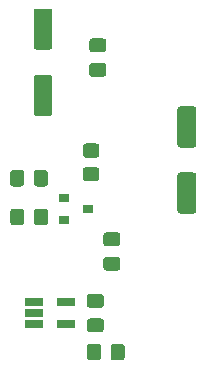
<source format=gbr>
%TF.GenerationSoftware,KiCad,Pcbnew,5.1.12-84ad8e8a86~92~ubuntu20.04.1*%
%TF.CreationDate,2022-06-17T21:56:11+02:00*%
%TF.ProjectId,bkm-68x-simple-hv-addon,626b6d2d-3638-4782-9d73-696d706c652d,rev?*%
%TF.SameCoordinates,Original*%
%TF.FileFunction,Paste,Top*%
%TF.FilePolarity,Positive*%
%FSLAX46Y46*%
G04 Gerber Fmt 4.6, Leading zero omitted, Abs format (unit mm)*
G04 Created by KiCad (PCBNEW 5.1.12-84ad8e8a86~92~ubuntu20.04.1) date 2022-06-17 21:56:11*
%MOMM*%
%LPD*%
G01*
G04 APERTURE LIST*
%ADD10R,0.900000X0.800000*%
%ADD11R,1.560000X0.650000*%
G04 APERTURE END LIST*
%TO.C,C202*%
G36*
G01*
X118143000Y-143071000D02*
X119093000Y-143071000D01*
G75*
G02*
X119343000Y-143321000I0J-250000D01*
G01*
X119343000Y-143996000D01*
G75*
G02*
X119093000Y-144246000I-250000J0D01*
G01*
X118143000Y-144246000D01*
G75*
G02*
X117893000Y-143996000I0J250000D01*
G01*
X117893000Y-143321000D01*
G75*
G02*
X118143000Y-143071000I250000J0D01*
G01*
G37*
G36*
G01*
X118143000Y-140996000D02*
X119093000Y-140996000D01*
G75*
G02*
X119343000Y-141246000I0J-250000D01*
G01*
X119343000Y-141921000D01*
G75*
G02*
X119093000Y-142171000I-250000J0D01*
G01*
X118143000Y-142171000D01*
G75*
G02*
X117893000Y-141921000I0J250000D01*
G01*
X117893000Y-141246000D01*
G75*
G02*
X118143000Y-140996000I250000J0D01*
G01*
G37*
%TD*%
%TO.C,C201*%
G36*
G01*
X126915000Y-128617000D02*
X125815000Y-128617000D01*
G75*
G02*
X125565000Y-128367000I0J250000D01*
G01*
X125565000Y-125367000D01*
G75*
G02*
X125815000Y-125117000I250000J0D01*
G01*
X126915000Y-125117000D01*
G75*
G02*
X127165000Y-125367000I0J-250000D01*
G01*
X127165000Y-128367000D01*
G75*
G02*
X126915000Y-128617000I-250000J0D01*
G01*
G37*
G36*
G01*
X126915000Y-134217000D02*
X125815000Y-134217000D01*
G75*
G02*
X125565000Y-133967000I0J250000D01*
G01*
X125565000Y-130967000D01*
G75*
G02*
X125815000Y-130717000I250000J0D01*
G01*
X126915000Y-130717000D01*
G75*
G02*
X127165000Y-130967000I0J-250000D01*
G01*
X127165000Y-133967000D01*
G75*
G02*
X126915000Y-134217000I-250000J0D01*
G01*
G37*
%TD*%
%TO.C,C101*%
G36*
G01*
X114735700Y-125936600D02*
X113635700Y-125936600D01*
G75*
G02*
X113385700Y-125686600I0J250000D01*
G01*
X113385700Y-122686600D01*
G75*
G02*
X113635700Y-122436600I250000J0D01*
G01*
X114735700Y-122436600D01*
G75*
G02*
X114985700Y-122686600I0J-250000D01*
G01*
X114985700Y-125686600D01*
G75*
G02*
X114735700Y-125936600I-250000J0D01*
G01*
G37*
G36*
G01*
X114735700Y-120336600D02*
X113635700Y-120336600D01*
G75*
G02*
X113385700Y-120086600I0J250000D01*
G01*
X113385700Y-117086600D01*
G75*
G02*
X113635700Y-116836600I250000J0D01*
G01*
X114735700Y-116836600D01*
G75*
G02*
X114985700Y-117086600I0J-250000D01*
G01*
X114985700Y-120086600D01*
G75*
G02*
X114735700Y-120336600I-250000J0D01*
G01*
G37*
%TD*%
D10*
%TO.C,Q101*%
X115967000Y-132847400D03*
X115967000Y-134747400D03*
X117967000Y-133797400D03*
%TD*%
%TO.C,C102*%
G36*
G01*
X119296200Y-122617900D02*
X118346200Y-122617900D01*
G75*
G02*
X118096200Y-122367900I0J250000D01*
G01*
X118096200Y-121692900D01*
G75*
G02*
X118346200Y-121442900I250000J0D01*
G01*
X119296200Y-121442900D01*
G75*
G02*
X119546200Y-121692900I0J-250000D01*
G01*
X119546200Y-122367900D01*
G75*
G02*
X119296200Y-122617900I-250000J0D01*
G01*
G37*
G36*
G01*
X119296200Y-120542900D02*
X118346200Y-120542900D01*
G75*
G02*
X118096200Y-120292900I0J250000D01*
G01*
X118096200Y-119617900D01*
G75*
G02*
X118346200Y-119367900I250000J0D01*
G01*
X119296200Y-119367900D01*
G75*
G02*
X119546200Y-119617900I0J-250000D01*
G01*
X119546200Y-120292900D01*
G75*
G02*
X119296200Y-120542900I-250000J0D01*
G01*
G37*
%TD*%
%TO.C,R101*%
G36*
G01*
X112599900Y-130756599D02*
X112599900Y-131656601D01*
G75*
G02*
X112349901Y-131906600I-249999J0D01*
G01*
X111649899Y-131906600D01*
G75*
G02*
X111399900Y-131656601I0J249999D01*
G01*
X111399900Y-130756599D01*
G75*
G02*
X111649899Y-130506600I249999J0D01*
G01*
X112349901Y-130506600D01*
G75*
G02*
X112599900Y-130756599I0J-249999D01*
G01*
G37*
G36*
G01*
X114599900Y-130756599D02*
X114599900Y-131656601D01*
G75*
G02*
X114349901Y-131906600I-249999J0D01*
G01*
X113649899Y-131906600D01*
G75*
G02*
X113399900Y-131656601I0J249999D01*
G01*
X113399900Y-130756599D01*
G75*
G02*
X113649899Y-130506600I249999J0D01*
G01*
X114349901Y-130506600D01*
G75*
G02*
X114599900Y-130756599I0J-249999D01*
G01*
G37*
%TD*%
%TO.C,R102*%
G36*
G01*
X118707701Y-131460400D02*
X117807699Y-131460400D01*
G75*
G02*
X117557700Y-131210401I0J249999D01*
G01*
X117557700Y-130510399D01*
G75*
G02*
X117807699Y-130260400I249999J0D01*
G01*
X118707701Y-130260400D01*
G75*
G02*
X118957700Y-130510399I0J-249999D01*
G01*
X118957700Y-131210401D01*
G75*
G02*
X118707701Y-131460400I-249999J0D01*
G01*
G37*
G36*
G01*
X118707701Y-129460400D02*
X117807699Y-129460400D01*
G75*
G02*
X117557700Y-129210401I0J249999D01*
G01*
X117557700Y-128510399D01*
G75*
G02*
X117807699Y-128260400I249999J0D01*
G01*
X118707701Y-128260400D01*
G75*
G02*
X118957700Y-128510399I0J-249999D01*
G01*
X118957700Y-129210401D01*
G75*
G02*
X118707701Y-129460400I-249999J0D01*
G01*
G37*
%TD*%
%TO.C,R103*%
G36*
G01*
X113412600Y-134933201D02*
X113412600Y-134033199D01*
G75*
G02*
X113662599Y-133783200I249999J0D01*
G01*
X114362601Y-133783200D01*
G75*
G02*
X114612600Y-134033199I0J-249999D01*
G01*
X114612600Y-134933201D01*
G75*
G02*
X114362601Y-135183200I-249999J0D01*
G01*
X113662599Y-135183200D01*
G75*
G02*
X113412600Y-134933201I0J249999D01*
G01*
G37*
G36*
G01*
X111412600Y-134933201D02*
X111412600Y-134033199D01*
G75*
G02*
X111662599Y-133783200I249999J0D01*
G01*
X112362601Y-133783200D01*
G75*
G02*
X112612600Y-134033199I0J-249999D01*
G01*
X112612600Y-134933201D01*
G75*
G02*
X112362601Y-135183200I-249999J0D01*
G01*
X111662599Y-135183200D01*
G75*
G02*
X111412600Y-134933201I0J249999D01*
G01*
G37*
%TD*%
%TO.C,R201*%
G36*
G01*
X117907000Y-146373001D02*
X117907000Y-145472999D01*
G75*
G02*
X118156999Y-145223000I249999J0D01*
G01*
X118857001Y-145223000D01*
G75*
G02*
X119107000Y-145472999I0J-249999D01*
G01*
X119107000Y-146373001D01*
G75*
G02*
X118857001Y-146623000I-249999J0D01*
G01*
X118156999Y-146623000D01*
G75*
G02*
X117907000Y-146373001I0J249999D01*
G01*
G37*
G36*
G01*
X119907000Y-146373001D02*
X119907000Y-145472999D01*
G75*
G02*
X120156999Y-145223000I249999J0D01*
G01*
X120857001Y-145223000D01*
G75*
G02*
X121107000Y-145472999I0J-249999D01*
G01*
X121107000Y-146373001D01*
G75*
G02*
X120857001Y-146623000I-249999J0D01*
G01*
X120156999Y-146623000D01*
G75*
G02*
X119907000Y-146373001I0J249999D01*
G01*
G37*
%TD*%
%TO.C,C103*%
G36*
G01*
X120490000Y-139039000D02*
X119540000Y-139039000D01*
G75*
G02*
X119290000Y-138789000I0J250000D01*
G01*
X119290000Y-138114000D01*
G75*
G02*
X119540000Y-137864000I250000J0D01*
G01*
X120490000Y-137864000D01*
G75*
G02*
X120740000Y-138114000I0J-250000D01*
G01*
X120740000Y-138789000D01*
G75*
G02*
X120490000Y-139039000I-250000J0D01*
G01*
G37*
G36*
G01*
X120490000Y-136964000D02*
X119540000Y-136964000D01*
G75*
G02*
X119290000Y-136714000I0J250000D01*
G01*
X119290000Y-136039000D01*
G75*
G02*
X119540000Y-135789000I250000J0D01*
G01*
X120490000Y-135789000D01*
G75*
G02*
X120740000Y-136039000I0J-250000D01*
G01*
X120740000Y-136714000D01*
G75*
G02*
X120490000Y-136964000I-250000J0D01*
G01*
G37*
%TD*%
D11*
%TO.C,U201*%
X113458000Y-141671000D03*
X113458000Y-142621000D03*
X113458000Y-143571000D03*
X116158000Y-143571000D03*
X116158000Y-141671000D03*
%TD*%
M02*

</source>
